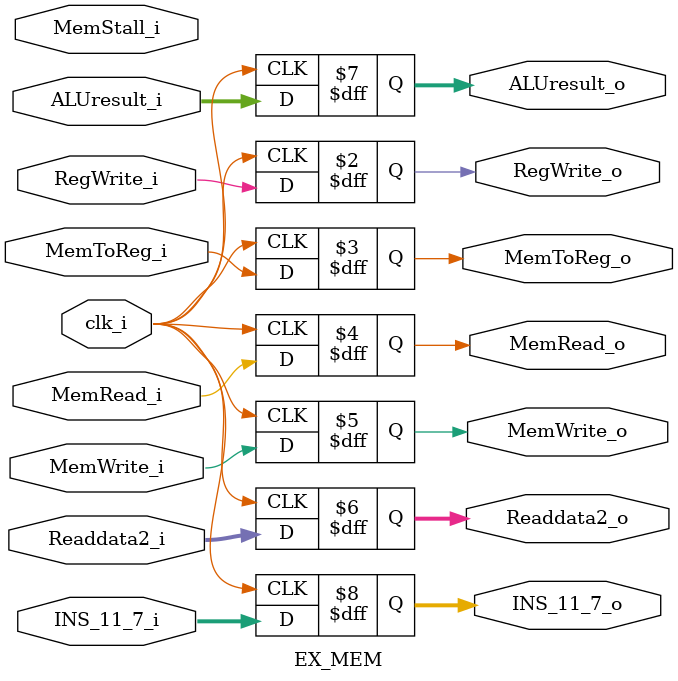
<source format=v>
module EX_MEM
(   
    clk_i,
    RegWrite_o,
    RegWrite_i,
    MemToReg_o,
    MemToReg_i,
    MemRead_o,
    MemRead_i,
    MemWrite_o,
    MemWrite_i,
    ALUresult_o,
    ALUresult_i,
    Readdata2_o,
    Readdata2_i,
    INS_11_7_o,
    INS_11_7_i,
    MemStall_i
);
input               clk_i;
input RegWrite_i, MemToReg_i, MemRead_i, MemWrite_i, MemStall_i;     
input [31:0] Readdata2_i, ALUresult_i;
input [4:0]  INS_11_7_i;
output reg RegWrite_o, MemToReg_o, MemRead_o, MemWrite_o;
output reg [31:0]   Readdata2_o, ALUresult_o;
output reg [4:0]    INS_11_7_o;

always@(posedge clk_i)  begin
    RegWrite_o  <= RegWrite_i;
    MemToReg_o  <= MemToReg_i;
    MemRead_o   <= MemRead_i;
    MemWrite_o  <= MemWrite_i; 
    Readdata2_o <= Readdata2_i;
    ALUresult_o <= ALUresult_i;
    Readdata2_o <= Readdata2_i;
    INS_11_7_o  <= INS_11_7_i;
end
endmodule
</source>
